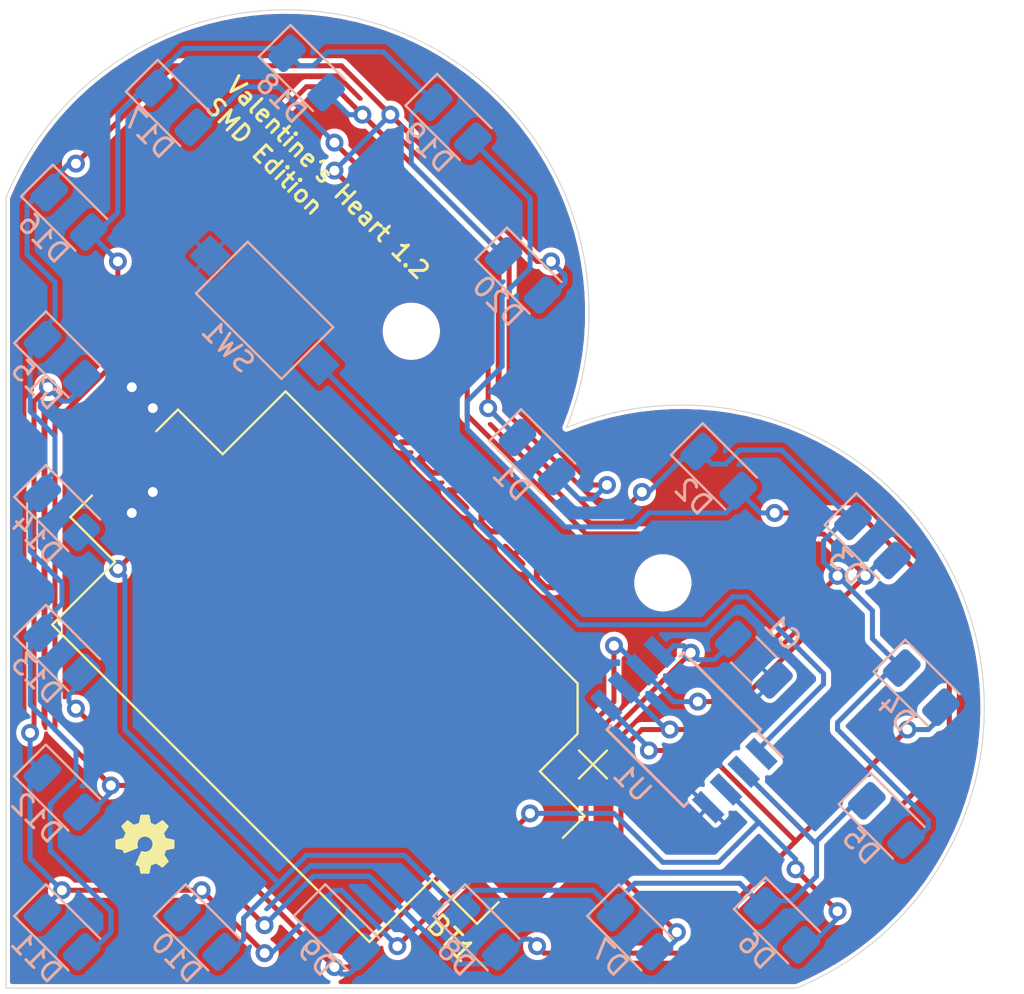
<source format=kicad_pcb>
(kicad_pcb (version 20221018) (generator pcbnew)
  (layers (0 "F.Cu" signal) (31 "B.Cu" signal) (34 "B.Paste" user) (35 "F.Paste" user) (36 "B.SilkS" user "B.Silkscreen") (37 "F.SilkS" user "F.Silkscreen") (38 "B.Mask" user) (39 "F.Mask" user) (44 "Edge.Cuts" user))
  (net 0 "")
  (net 1 "GND")
  (net 2 "/CHARLIEPLEX0")
  (net 3 "/CHARLIEPLEX1")
  (net 4 "/CHARLIEPLEX2")
  (net 5 "/CHARLIEPLEX3")
  (net 6 "/CHARLIEPLEX4")
  (net 7 "/BUTTON")
  (net 8 "+3.3V")
  (footprint "" (layer "F.Cu") (at 156.985092 109.247659)
    (fp_text reference "@HOLE0" hide)
    (fp_text value "" (at 0 0) (layer "F.SilkS") (effects (font (size 1.27 1.27))))
    (pad "" np_thru_hole circle (at 0 0) (size 2.4 2.4) (drill 2.4) (layers "*.Cu" "*.Mask"))
  )
  (footprint "valentines-heart-punk-r1.2-rotated:OSHW_FILLX100_NOTEXT" (layer "F.Cu") (at 128.983592 122.258359 -45)
    (fp_text reference "LOGO1" hide)
    (fp_text value "OSHW_LOGO_FILLX0100-NT" hide)
  )
  (footprint "" (layer "F.Cu") (at 144.257092 96.519659)
    (fp_text reference "@HOLE1" hide)
    (fp_text value "" (at 0 0) (layer "F.SilkS") (effects (font (size 1.27 1.27))))
    (pad "" np_thru_hole circle (at 0 0) (size 2.4 2.4) (drill 2.4) (layers "*.Cu" "*.Mask"))
  )
  (footprint "valentines-heart-punk-r1.2-rotated:RGLOGO_SMALL_2015" (layer "F.Cu") (at 144.610692 103.237159 -45)
    (fp_text reference "U$1" hide)
    (fp_text value "" hide)
    (fp_line (start -1.397 -1.7272) (end -1.397 -1.0922) (stroke (width 0.3048)) (layer "F.Cu"))
    (fp_line (start -1.397 -1.0922) (end -1.0922 -0.7874) (stroke (width 0.3048)) (layer "F.Cu"))
    (fp_line (start -1.397 -0.1524) (end -0.7874 -0.7874) (stroke (width 0.3048)) (layer "F.Cu"))
    (fp_line (start -1.0922 -2.032) (end -1.397 -1.7272) (stroke (width 0.3048)) (layer "F.Cu"))
    (fp_line (start -1.0922 -0.7874) (end -0.7874 -0.7874) (stroke (width 0.3048)) (layer "F.Cu"))
    (fp_line (start -0.7874 -0.7874) (end -0.1524 -0.7874) (stroke (width 0.3048)) (layer "F.Cu"))
    (fp_line (start -0.1524 -2.032) (end -1.0922 -2.032) (stroke (width 0.3048)) (layer "F.Cu"))
    (fp_line (start -0.1524 -1.7272) (end -0.1524 -2.032) (stroke (width 0.3048)) (layer "F.Cu"))
    (fp_line (start -0.1524 -1.7272) (end 0.1524 -2.032) (stroke (width 0.3048)) (layer "F.Cu"))
    (fp_line (start -0.1524 -0.7874) (end -0.1524 -1.7272) (stroke (width 0.3048)) (layer "F.Cu"))
    (fp_line (start -0.1524 -0.4572) (end -0.1524 -0.7874) (stroke (width 0.3048)) (layer "F.Cu"))
    (fp_line (start -0.1524 -0.1524) (end -0.1524 -0.4572) (stroke (width 0.3048)) (layer "F.Cu"))
    (fp_line (start 0.1524 -2.032) (end 0.762 -2.032) (stroke (width 0.3048)) (layer "F.Cu"))
    (fp_line (start 0.1524 -0.1524) (end -0.1524 -0.4572) (stroke (width 0.3048)) (layer "F.Cu"))
    (fp_line (start 0.4572 -1.0922) (end 1.0922 -1.0922) (stroke (width 0.3048)) (layer "F.Cu"))
    (fp_line (start 0.762 -2.032) (end 1.0668 -1.7272) (stroke (width 0.3048)) (layer "F.Cu"))
    (fp_line (start 0.7874 -0.1524) (end 0.1524 -0.1524) (stroke (width 0.3048)) (layer "F.Cu"))
    (fp_line (start 1.0922 -1.0922) (end 1.0922 -0.4826) (stroke (width 0.3048)) (layer "F.Cu"))
    (fp_line (start 1.0922 -0.4826) (end 0.7874 -0.1524) (stroke (width 0.3048)) (layer "F.Cu"))
    (fp_line (start 2.032 -1.6764) (end 2.3622 -2.0066) (stroke (width 0.3048)) (layer "F.Cu"))
    (fp_line (start 2.032 -0.1524) (end 3.2766 -1.3716) (stroke (width 0.3048)) (layer "F.Cu"))
    (fp_line (start 2.3622 -2.0066) (end 2.9718 -2.0066) (stroke (width 0.3048)) (layer "F.Cu"))
    (fp_line (start 2.9718 -2.0066) (end 3.2766 -1.7018) (stroke (width 0.3048)) (layer "F.Cu"))
    (fp_line (start 3.2766 -1.3716) (end 3.2766 -1.6764) (stroke (width 0.3048)) (layer "F.Cu"))
    (fp_line (start 3.2766 -0.1524) (end 2.032 -0.1524) (stroke (width 0.3048)) (layer "F.Cu"))
    (fp_line (start 4.064 -1.6764) (end 4.064 -0.4572) (stroke (width 0.3048)) (layer "F.Cu"))
    (fp_line (start 4.064 -0.4572) (end 5.2578 -1.6764) (stroke (width 0.3048)) (layer "F.Cu"))
    (fp_line (start 4.3688 -1.9812) (end 4.064 -1.6764) (stroke (width 0.3048)) (layer "F.Cu"))
    (fp_line (start 4.3688 -0.1524) (end 4.064 -0.4572) (stroke (width 0.3048)) (layer "F.Cu"))
    (fp_line (start 4.3688 -0.1524) (end 4.9784 -0.1524) (stroke (width 0.3048)) (layer "F.Cu"))
    (fp_line (start 4.9784 -1.9812) (end 4.3688 -1.9812) (stroke (width 0.3048)) (layer "F.Cu"))
    (fp_line (start 4.9784 -0.1524) (end 5.2832 -0.4572) (stroke (width 0.3048)) (layer "F.Cu"))
    (fp_line (start 5.2832 -1.6764) (end 4.9784 -1.9812) (stroke (width 0.3048)) (layer "F.Cu"))
    (fp_line (start 5.2832 -0.4572) (end 5.2832 -1.6764) (stroke (width 0.3048)) (layer "F.Cu"))
    (fp_line (start 6.0642 -0.1524) (end 7.2961 -0.1524) (stroke (width 0.3048)) (layer "F.Cu"))
    (fp_line (start 6.6865 -1.9812) (end 6.0706 -1.3653) (stroke (width 0.3048)) (layer "F.Cu"))
    (fp_line (start 6.6866 -1.9622) (end 6.6866 -0.1715) (stroke (width 0.3048)) (layer "F.Cu"))
    (fp_line (start 8.0264 -1.9812) (end 8.0264 -1.0668) (stroke (width 0.3048)) (layer "F.Cu"))
    (fp_line (start 8.3312 -0.1524) (end 8.0264 -0.4572) (stroke (width 0.3048)) (layer "F.Cu"))
    (fp_line (start 8.6614 -1.3716) (end 8.0264 -1.0668) (stroke (width 0.3048)) (layer "F.Cu"))
    (fp_line (start 8.6614 -1.3716) (end 8.9916 -1.3716) (stroke (width 0.3048)) (layer "F.Cu"))
    (fp_line (start 8.9662 -0.1524) (end 8.3312 -0.1524) (stroke (width 0.3048)) (layer "F.Cu"))
    (fp_line (start 8.9916 -1.3716) (end 9.271 -1.0922) (stroke (width 0.3048)) (layer "F.Cu"))
    (fp_line (start 9.271 -1.9812) (end 8.0264 -1.9812) (stroke (width 0.3048)) (layer "F.Cu"))
    (fp_line (start 9.271 -1.0668) (end 9.271 -0.4572) (stroke (width 0.3048)) (layer "F.Cu"))
    (fp_line (start 9.271 -0.4572) (end 8.9662 -0.1524) (stroke (width 0.3048)) (layer "F.Cu"))
  )
  (footprint "Battery:BatteryHolder_Keystone_1060_1x2032" (layer "F.Cu") (at 140.014492 113.490259 135)
    (fp_text reference "BT1" (at -14.125 -5.3 135) (layer "F.SilkS"))
    (fp_text value "Battery_Cell")
    (pad "1" smd rect (at -14.65 0 315) (size 2.6 3.6) (layers "F.Cu" "F.Paste" "F.Mask") (net 8 "+3.3V"))
    (pad "2" smd rect (at 14.65 0 315) (size 2.6 3.6) (layers "F.Cu" "F.Paste" "F.Mask") (net 1 "GND"))
  )
  (footprint "LED_SMD:LED_1206_3216Metric" (layer "B.Cu") (at 140.721592 126.925259 -45)
    (fp_text reference "D9" (at 0 1.82 135) (layer "B.SilkS") (effects (justify mirror)))
    (fp_text value "LED")
    (pad "1" smd roundrect (at -1.4 0 315) (size 1.25 1.75) (layers "B.Cu" "B.Paste" "B.Mask") (roundrect_rratio 0.2) (net 4 "/CHARLIEPLEX2"))
    (pad "2" smd roundrect (at 1.4 0 315) (size 1.25 1.75) (layers "B.Cu" "B.Paste" "B.Mask") (roundrect_rratio 0.2) (net 2 "/CHARLIEPLEX0"))
  )
  (footprint "LED_SMD:LED_1206_3216Metric" (layer "B.Cu") (at 159.813492 103.590759 -45)
    (fp_text reference "D2" (at 0 1.82 135) (layer "B.SilkS") (effects (justify mirror)))
    (fp_text value "LED")
    (pad "1" smd roundrect (at -1.4 0 315) (size 1.25 1.75) (layers "B.Cu" "B.Paste" "B.Mask") (roundrect_rratio 0.2) (net 2 "/CHARLIEPLEX0"))
    (pad "2" smd roundrect (at 1.4 0 315) (size 1.25 1.75) (layers "B.Cu" "B.Paste" "B.Mask") (roundrect_rratio 0.2) (net 4 "/CHARLIEPLEX2"))
  )
  (footprint "LED_SMD:LED_1206_3216Metric" (layer "B.Cu") (at 162.995492 126.571759 -45)
    (fp_text reference "D6" (at 0 1.82 135) (layer "B.SilkS") (effects (justify mirror)))
    (fp_text value "LED")
    (pad "1" smd roundrect (at -1.4 0 315) (size 1.25 1.75) (layers "B.Cu" "B.Paste" "B.Mask") (roundrect_rratio 0.2) (net 3 "/CHARLIEPLEX1"))
    (pad "2" smd roundrect (at 1.4 0 315) (size 1.25 1.75) (layers "B.Cu" "B.Paste" "B.Mask") (roundrect_rratio 0.2) (net 4 "/CHARLIEPLEX2"))
  )
  (footprint "LED_SMD:LED_1206_3216Metric" (layer "B.Cu") (at 132.236292 85.205959 -45)
    (fp_text reference "D17" (at 0 1.82 135) (layer "B.SilkS") (effects (justify mirror)))
    (fp_text value "LED")
    (pad "1" smd roundrect (at -1.4 0 315) (size 1.25 1.75) (layers "B.Cu" "B.Paste" "B.Mask") (roundrect_rratio 0.2) (net 6 "/CHARLIEPLEX4"))
    (pad "2" smd roundrect (at 1.4 0 315) (size 1.25 1.75) (layers "B.Cu" "B.Paste" "B.Mask") (roundrect_rratio 0.2) (net 2 "/CHARLIEPLEX0"))
  )
  (footprint "Capacitor_SMD:C_1206_3216Metric" (layer "B.Cu") (at 161.581292 113.136659 -45)
    (fp_text reference "C1" (at 0.077816 -2.024706 135) (layer "B.SilkS") (effects (justify mirror)))
    (fp_text value "100n")
    (pad "1" smd roundrect (at -1.475 0 315) (size 1.15 1.8) (layers "B.Cu" "B.Paste" "B.Mask") (roundrect_rratio 0.217391) (net 8 "+3.3V"))
    (pad "2" smd roundrect (at 1.475 0 315) (size 1.15 1.8) (layers "B.Cu" "B.Paste" "B.Mask") (roundrect_rratio 0.217391) (net 1 "GND"))
  )
  (footprint "LED_SMD:LED_1206_3216Metric" (layer "B.Cu") (at 149.913992 93.691259 -45)
    (fp_text reference "D20" (at 0 1.82 135) (layer "B.SilkS") (effects (justify mirror)))
    (fp_text value "LED")
    (pad "1" smd roundrect (at -1.4 0 315) (size 1.25 1.75) (layers "B.Cu" "B.Paste" "B.Mask") (roundrect_rratio 0.2) (net 6 "/CHARLIEPLEX4"))
    (pad "2" smd roundrect (at 1.4 0 315) (size 1.25 1.75) (layers "B.Cu" "B.Paste" "B.Mask") (roundrect_rratio 0.2) (net 5 "/CHARLIEPLEX3"))
  )
  (footprint "LED_SMD:LED_1206_3216Metric" (layer "B.Cu") (at 168.298792 121.268459 -45)
    (fp_text reference "D5" (at 0 1.82 135) (layer "B.SilkS") (effects (justify mirror)))
    (fp_text value "LED")
    (pad "1" smd roundrect (at -1.4 0 315) (size 1.25 1.75) (layers "B.Cu" "B.Paste" "B.Mask") (roundrect_rratio 0.2) (net 3 "/CHARLIEPLEX1"))
    (pad "2" smd roundrect (at 1.4 0 315) (size 1.25 1.75) (layers "B.Cu" "B.Paste" "B.Mask") (roundrect_rratio 0.2) (net 2 "/CHARLIEPLEX0"))
  )
  (footprint "LED_SMD:LED_1206_3216Metric" (layer "B.Cu") (at 146.378492 85.913059 -45)
    (fp_text reference "D19" (at 0 1.82 135) (layer "B.SilkS") (effects (justify mirror)))
    (fp_text value "LED")
    (pad "1" smd roundrect (at -1.4 0 315) (size 1.25 1.75) (layers "B.Cu" "B.Paste" "B.Mask") (roundrect_rratio 0.2) (net 6 "/CHARLIEPLEX4"))
    (pad "2" smd roundrect (at 1.4 0 315) (size 1.25 1.75) (layers "B.Cu" "B.Paste" "B.Mask") (roundrect_rratio 0.2) (net 4 "/CHARLIEPLEX2"))
  )
  (footprint "Button_Switch_SMD:SW_SPST_CK_RS282G05A3" (layer "B.Cu") (at 136.832492 95.459059 -45)
    (fp_text reference "SW1" (at 0 2.6 135) (layer "B.SilkS") (effects (justify mirror)))
    (fp_text value "SW_Push")
    (pad "1" smd rect (at -3.9 0 315) (size 1.5 1.5) (layers "B.Cu" "B.Paste" "B.Mask") (net 1 "GND"))
    (pad "2" smd rect (at 3.9 0 315) (size 1.5 1.5) (layers "B.Cu" "B.Paste" "B.Mask") (net 7 "/BUTTON"))
  )
  (footprint "LED_SMD:LED_1206_3216Metric" (layer "B.Cu") (at 147.792692 126.925259 -45)
    (fp_text reference "D8" (at 0 1.82 135) (layer "B.SilkS") (effects (justify mirror)))
    (fp_text value "LED")
    (pad "1" smd roundrect (at -1.4 0 315) (size 1.25 1.75) (layers "B.Cu" "B.Paste" "B.Mask") (roundrect_rratio 0.2) (net 3 "/CHARLIEPLEX1"))
    (pad "2" smd roundrect (at 1.4 0 315) (size 1.25 1.75) (layers "B.Cu" "B.Paste" "B.Mask") (roundrect_rratio 0.2) (net 6 "/CHARLIEPLEX4"))
  )
  (footprint "LED_SMD:LED_1206_3216Metric" (layer "B.Cu") (at 126.579492 112.783159 -45)
    (fp_text reference "D13" (at 0 1.82 135) (layer "B.SilkS") (effects (justify mirror)))
    (fp_text value "LED")
    (pad "1" smd roundrect (at -1.4 0 315) (size 1.25 1.75) (layers "B.Cu" "B.Paste" "B.Mask") (roundrect_rratio 0.2) (net 5 "/CHARLIEPLEX3"))
    (pad "2" smd roundrect (at 1.4 0 315) (size 1.25 1.75) (layers "B.Cu" "B.Paste" "B.Mask") (roundrect_rratio 0.2) (net 2 "/CHARLIEPLEX0"))
  )
  (footprint "LED_SMD:LED_1206_3216Metric" (layer "B.Cu") (at 150.621092 102.883659 -45)
    (fp_text reference "D1" (at 0 1.82 135) (layer "B.SilkS") (effects (justify mirror)))
    (fp_text value "LED")
    (pad "1" smd roundrect (at -1.4 0 315) (size 1.25 1.75) (layers "B.Cu" "B.Paste" "B.Mask") (roundrect_rratio 0.2) (net 2 "/CHARLIEPLEX0"))
    (pad "2" smd roundrect (at 1.4 0 315) (size 1.25 1.75) (layers "B.Cu" "B.Paste" "B.Mask") (roundrect_rratio 0.2) (net 3 "/CHARLIEPLEX1"))
  )
  (footprint "LED_SMD:LED_1206_3216Metric" (layer "B.Cu") (at 126.579492 105.712059 -45)
    (fp_text reference "D14" (at 0 1.82 135) (layer "B.SilkS") (effects (justify mirror)))
    (fp_text value "LED")
    (pad "1" smd roundrect (at -1.4 0 315) (size 1.25 1.75) (layers "B.Cu" "B.Paste" "B.Mask") (roundrect_rratio 0.2) (net 5 "/CHARLIEPLEX3"))
    (pad "2" smd roundrect (at 1.4 0 315) (size 1.25 1.75) (layers "B.Cu" "B.Paste" "B.Mask") (roundrect_rratio 0.2) (net 3 "/CHARLIEPLEX1"))
  )
  (footprint "LED_SMD:LED_1206_3216Metric" (layer "B.Cu") (at 155.570892 126.925259 -45)
    (fp_text reference "D7" (at 0 1.82 135) (layer "B.SilkS") (effects (justify mirror)))
    (fp_text value "LED")
    (pad "1" smd roundrect (at -1.4 0 315) (size 1.25 1.75) (layers "B.Cu" "B.Paste" "B.Mask") (roundrect_rratio 0.2) (net 3 "/CHARLIEPLEX1"))
    (pad "2" smd roundrect (at 1.4 0 315) (size 1.25 1.75) (layers "B.Cu" "B.Paste" "B.Mask") (roundrect_rratio 0.2) (net 5 "/CHARLIEPLEX3"))
  )
  (footprint "LED_SMD:LED_1206_3216Metric" (layer "B.Cu") (at 167.591692 107.126259 -45)
    (fp_text reference "D3" (at 0 1.82 135) (layer "B.SilkS") (effects (justify mirror)))
    (fp_text value "LED")
    (pad "1" smd roundrect (at -1.4 0 315) (size 1.25 1.75) (layers "B.Cu" "B.Paste" "B.Mask") (roundrect_rratio 0.2) (net 2 "/CHARLIEPLEX0"))
    (pad "2" smd roundrect (at 1.4 0 315) (size 1.25 1.75) (layers "B.Cu" "B.Paste" "B.Mask") (roundrect_rratio 0.2) (net 5 "/CHARLIEPLEX3"))
  )
  (footprint "LED_SMD:LED_1206_3216Metric" (layer "B.Cu") (at 126.932992 90.509259 -45)
    (fp_text reference "D16" (at 0 1.82 135) (layer "B.SilkS") (effects (justify mirror)))
    (fp_text value "LED")
    (pad "1" smd roundrect (at -1.4 0 315) (size 1.25 1.75) (layers "B.Cu" "B.Paste" "B.Mask") (roundrect_rratio 0.2) (net 5 "/CHARLIEPLEX3"))
    (pad "2" smd roundrect (at 1.4 0 315) (size 1.25 1.75) (layers "B.Cu" "B.Paste" "B.Mask") (roundrect_rratio 0.2) (net 6 "/CHARLIEPLEX4"))
  )
  (footprint "LED_SMD:LED_1206_3216Metric" (layer "B.Cu") (at 138.953792 83.438259 -45)
    (fp_text reference "D18" (at 0 1.82 135) (layer "B.SilkS") (effects (justify mirror)))
    (fp_text value "LED")
    (pad "1" smd roundrect (at -1.4 0 315) (size 1.25 1.75) (layers "B.Cu" "B.Paste" "B.Mask") (roundrect_rratio 0.2) (net 6 "/CHARLIEPLEX4"))
    (pad "2" smd roundrect (at 1.4 0 315) (size 1.25 1.75) (layers "B.Cu" "B.Paste" "B.Mask") (roundrect_rratio 0.2) (net 3 "/CHARLIEPLEX1"))
  )
  (footprint "LED_SMD:LED_1206_3216Metric" (layer "B.Cu") (at 126.579492 126.925259 -45)
    (fp_text reference "D11" (at 0 1.82 135) (layer "B.SilkS") (effects (justify mirror)))
    (fp_text value "LED")
    (pad "1" smd roundrect (at -1.4 0 315) (size 1.25 1.75) (layers "B.Cu" "B.Paste" "B.Mask") (roundrect_rratio 0.2) (net 4 "/CHARLIEPLEX2"))
    (pad "2" smd roundrect (at 1.4 0 315) (size 1.25 1.75) (layers "B.Cu" "B.Paste" "B.Mask") (roundrect_rratio 0.2) (net 5 "/CHARLIEPLEX3"))
  )
  (footprint "LED_SMD:LED_1206_3216Metric" (layer "B.Cu") (at 133.650492 126.925259 -45)
    (fp_text reference "D10" (at 0 1.82 135) (layer "B.SilkS") (effects (justify mirror)))
    (fp_text value "LED")
    (pad "1" smd roundrect (at -1.4 0 315) (size 1.25 1.75) (layers "B.Cu" "B.Paste" "B.Mask") (roundrect_rratio 0.2) (net 4 "/CHARLIEPLEX2"))
    (pad "2" smd roundrect (at 1.4 0 315) (size 1.25 1.75) (layers "B.Cu" "B.Paste" "B.Mask") (roundrect_rratio 0.2) (net 3 "/CHARLIEPLEX1"))
  )
  (footprint "LED_SMD:LED_1206_3216Metric" (layer "B.Cu") (at 170.066492 114.550959 -45)
    (fp_text reference "D4" (at 0 1.82 135) (layer "B.SilkS") (effects (justify mirror)))
    (fp_text value "LED")
    (pad "1" smd roundrect (at -1.4 0 315) (size 1.25 1.75) (layers "B.Cu" "B.Paste" "B.Mask") (roundrect_rratio 0.2) (net 2 "/CHARLIEPLEX0"))
    (pad "2" smd roundrect (at 1.4 0 315) (size 1.25 1.75) (layers "B.Cu" "B.Paste" "B.Mask") (roundrect_rratio 0.2) (net 6 "/CHARLIEPLEX4"))
  )
  (footprint "Package_SO:SOIC-8W_5.3x5.3mm_P1.27mm" (layer "B.Cu") (at 158.045692 116.672259 135)
    (fp_text reference "U1" (at -0.077816 -3.751508 135) (layer "B.SilkS") (effects (justify mirror)))
    (fp_text value "ATtiny25-20S")
    (pad "1" smd rect (at -3.65 1.905 135) (size 1.7 0.65) (layers "B.Cu" "B.Paste" "B.Mask") (net 7 "/BUTTON"))
    (pad "2" smd rect (at -3.65 0.635 135) (size 1.7 0.65) (layers "B.Cu" "B.Paste" "B.Mask") (net 3 "/CHARLIEPLEX1"))
    (pad "3" smd rect (at -3.65 -0.635 135) (size 1.7 0.65) (layers "B.Cu" "B.Paste" "B.Mask") (net 4 "/CHARLIEPLEX2"))
    (pad "4" smd rect (at -3.65 -1.905 135) (size 1.7 0.65) (layers "B.Cu" "B.Paste" "B.Mask") (net 1 "GND"))
    (pad "5" smd rect (at 3.65 -1.905 135) (size 1.7 0.65) (layers "B.Cu" "B.Paste" "B.Mask") (net 6 "/CHARLIEPLEX4"))
    (pad "6" smd rect (at 3.65 -0.635 135) (size 1.7 0.65) (layers "B.Cu" "B.Paste" "B.Mask") (net 5 "/CHARLIEPLEX3"))
    (pad "7" smd rect (at 3.65 0.635 135) (size 1.7 0.65) (layers "B.Cu" "B.Paste" "B.Mask") (net 2 "/CHARLIEPLEX0"))
    (pad "8" smd rect (at 3.65 1.905 135) (size 1.7 0.65) (layers "B.Cu" "B.Paste" "B.Mask") (net 8 "+3.3V"))
  )
  (footprint "LED_SMD:LED_1206_3216Metric" (layer "B.Cu") (at 126.579492 97.933859 -45)
    (fp_text reference "D15" (at 0 1.82 135) (layer "B.SilkS") (effects (justify mirror)))
    (fp_text value "LED")
    (pad "1" smd roundrect (at -1.4 0 315) (size 1.25 1.75) (layers "B.Cu" "B.Paste" "B.Mask") (roundrect_rratio 0.2) (net 5 "/CHARLIEPLEX3"))
    (pad "2" smd roundrect (at 1.4 0 315) (size 1.25 1.75) (layers "B.Cu" "B.Paste" "B.Mask") (roundrect_rratio 0.2) (net 4 "/CHARLIEPLEX2"))
  )
  (footprint "LED_SMD:LED_1206_3216Metric" (layer "B.Cu") (at 126.579492 119.854259 -45)
    (fp_text reference "D12" (at 0 1.82 135) (layer "B.SilkS") (effects (justify mirror)))
    (fp_text value "LED")
    (pad "1" smd roundrect (at -1.4 0 315) (size 1.25 1.75) (layers "B.Cu" "B.Paste" "B.Mask") (roundrect_rratio 0.2) (net 4 "/CHARLIEPLEX2"))
    (pad "2" smd roundrect (at 1.4 0 315) (size 1.25 1.75) (layers "B.Cu" "B.Paste" "B.Mask") (roundrect_rratio 0.2) (net 6 "/CHARLIEPLEX4"))
  )
  (gr_line (start 123.751092 129.753659) (end 123.751092 89.753859) (stroke (width 0.05)) (layer "Edge.Cuts"))
  (gr_arc (start 152.10099 101.40376) (mid 172.100941 109.753738) (end 163.750892 129.753659) (stroke (width 0.05)) (layer "Edge.Cuts"))
  (gr_arc (start 123.751091 89.753859) (mid 143.751053 81.403709) (end 152.100992 101.403759) (stroke (width 0.05)) (layer "Edge.Cuts"))
  (gr_line (start 163.750892 129.753659) (end 123.751092 129.753659) (stroke (width 0.05)) (layer "Edge.Cuts"))
  (gr_text "Valentine's Heart 1.2" (at 134.711192 84.145359 315) (layer "F.SilkS") (effects (font (size 0.8636 0.8636) (thickness 0.1524)) (justify left bottom)))
  (gr_text "SMD Edition" (at 133.650492 85.205959 315) (layer "F.SilkS") (effects (font (size 0.8636 0.8636) (thickness 0.1524)) (justify left bottom)))
  (via (at 130.114992 105.712059) (size 0.9064) (drill 0.5) (layers "F.Cu" "B.Cu") (net 1))
  (via (at 131.175692 104.651459) (size 0.9064) (drill 0.5) (layers "F.Cu" "B.Cu") (net 1))
  (via (at 130.114992 99.348159) (size 0.9064) (drill 0.5) (layers "F.Cu" "B.Cu") (net 1))
  (via (at 131.175692 100.408759) (size 0.9064) (drill 0.5) (layers "F.Cu" "B.Cu") (net 1))
  (segment (start 148.146192 94.751959) (end 140.368092 86.973759) (width 0.254) (layer "F.Cu") (net 2))
  (segment (start 141.075192 128.693059) (end 154.510192 115.258059) (width 0.254) (layer "F.Cu") (net 2))
  (segment (start 159.459892 115.258059) (end 165.823892 108.894059) (width 0.254) (layer "F.Cu") (net 2))
  (segment (start 155.924392 104.651459) (end 154.863692 105.712059) (width 0.254) (layer "F.Cu") (net 2))
  (segment (start 127.286592 115.611559) (end 140.368092 128.693059) (width 0.254) (layer "F.Cu") (net 2))
  (segment (start 140.368092 128.693059) (end 141.075192 128.693059) (width 0.254) (layer "F.Cu") (net 2))
  (segment (start 154.510192 115.258059) (end 154.510192 112.429559) (width 0.254) (layer "F.Cu") (net 2))
  (segment (start 158.752792 115.258059) (end 159.459892 115.258059) (width 0.254) (layer "F.Cu") (net 2))
  (segment (start 148.146192 100.408759) (end 148.146192 94.751959) (width 0.254) (layer "F.Cu") (net 2))
  (segment (start 154.863692 105.712059) (end 153.449492 105.712059) (width 0.254) (layer "F.Cu") (net 2))
  (segment (start 153.449492 105.712059) (end 148.146192 100.408759) (width 0.254) (layer "F.Cu") (net 2))
  (via (at 158.752792 115.258059) (size 0.9064) (drill 0.5) (layers "F.Cu" "B.Cu") (net 2))
  (via (at 127.286592 115.611559) (size 0.9064) (drill 0.5) (layers "F.Cu" "B.Cu") (net 2))
  (via (at 165.823892 108.894059) (size 0.9064) (drill 0.5) (layers "F.Cu" "B.Cu") (net 2))
  (via (at 140.368092 128.693059) (size 0.9064) (drill 0.5) (layers "F.Cu" "B.Cu") (net 2))
  (via (at 154.510192 112.429559) (size 0.9064) (drill 0.5) (layers "F.Cu" "B.Cu") (net 2))
  (via (at 155.924392 104.651459) (size 0.9064) (drill 0.5) (layers "F.Cu" "B.Cu") (net 2))
  (via (at 140.368092 86.973759) (size 0.9064) (drill 0.5) (layers "F.Cu" "B.Cu") (net 2))
  (via (at 148.146192 100.408759) (size 0.9064) (drill 0.5) (layers "F.Cu" "B.Cu") (net 2))
  (segment (start 148.146192 100.408759) (end 149.383657 101.646225) (width 0.254) (layer "B.Cu") (net 2))
  (segment (start 159.459892 103.237159) (end 158.576057 102.353325) (width 0.254) (layer "B.Cu") (net 2))
  (segment (start 135.771892 84.145359) (end 133.473729 86.443397) (width 0.254) (layer "B.Cu") (net 2))
  (segment (start 167.591692 112.076059) (end 168.829057 113.313525) (width 0.254) (layer "B.Cu") (net 2))
  (segment (start 165.823892 116.318659) (end 165.823892 116.672259) (width 0.254) (layer "B.Cu") (net 2))
  (segment (start 154.510192 112.429559) (end 154.701092 112.429559) (width 0.254) (layer "B.Cu") (net 2))
  (segment (start 160.166992 103.237159) (end 159.459892 103.237159) (width 0.254) (layer "B.Cu") (net 2))
  (segment (start 166.354257 105.888825) (end 162.995492 102.530059) (width 0.254) (layer "B.Cu") (net 2))
  (segment (start 160.874192 102.530059) (end 160.166992 103.237159) (width 0.254) (layer "B.Cu") (net 2))
  (segment (start 165.823892 108.894059) (end 167.591692 110.661859) (width 0.254) (layer "B.Cu") (net 2))
  (segment (start 158.576057 102.353325) (end 156.277992 104.651459) (width 0.254) (layer "B.Cu") (net 2))
  (segment (start 140.368092 128.693059) (end 140.721592 129.046559) (width 0.254) (layer "B.Cu") (net 2))
  (segment (start 162.995492 102.530059) (end 160.874192 102.530059) (width 0.254) (layer "B.Cu") (net 2))
  (segment (start 165.116792 108.186959) (end 165.116792 107.126259) (width 0.254) (layer "B.Cu") (net 2))
  (segment (start 140.368092 86.973759) (end 137.539592 84.145359) (width 0.254) (layer "B.Cu") (net 2))
  (segment (start 165.823892 108.894059) (end 165.116792 108.186959) (width 0.254) (layer "B.Cu") (net 2))
  (segment (start 156.277992 104.651459) (end 155.924392 104.651459) (width 0.254) (layer "B.Cu") (net 2))
  (segment (start 127.286592 115.611559) (end 126.932992 115.258059) (width 0.254) (layer "B.Cu") (net 2))
  (segment (start 170.420092 121.621959) (end 169.536229 122.505897) (width 0.254) (layer "B.Cu") (net 2))
  (segment (start 126.932992 115.258059) (end 126.932992 114.904459) (width 0.254) (layer "B.Cu") (net 2))
  (segment (start 141.075192 129.046559) (end 141.959029 128.162697) (width 0.254) (layer "B.Cu") (net 2))
  (segment (start 167.591692 110.661859) (end 167.591692 112.076059) (width 0.254) (layer "B.Cu") (net 2))
  (segment (start 165.116792 107.126259) (end 166.354257 105.888825) (width 0.254) (layer "B.Cu") (net 2))
  (segment (start 126.932992 114.904459) (end 127.816929 114.020597) (width 0.254) (layer "B.Cu") (net 2))
  (segment (start 157.529492 115.258059) (end 158.752792 115.258059) (width 0.254) (layer "B.Cu") (net 2))
  (segment (start 156.12392 113.852459) (end 157.529492 115.258059) (width 0.254) (layer "B.Cu") (net 2))
  (segment (start 165.823892 116.672259) (end 170.420092 121.268459) (width 0.254) (layer "B.Cu") (net 2))
  (segment (start 168.829057 113.313525) (end 165.823892 116.318659) (width 0.254) (layer "B.Cu") (net 2))
  (segment (start 140.721592 129.046559) (end 141.075192 129.046559) (width 0.254) (layer "B.Cu") (net 2))
  (segment (start 154.701092 112.429559) (end 156.12392 113.852459) (width 0.254) (layer "B.Cu") (net 2))
  (segment (start 137.539592 84.145359) (end 135.771892 84.145359) (width 0.254) (layer "B.Cu") (net 2))
  (segment (start 170.420092 121.268459) (end 170.420092 121.621959) (width 0.254) (layer "B.Cu") (net 2))
  (segment (start 132.943392 105.004959) (end 132.943392 99.348159) (width 0.254) (layer "F.Cu") (net 3))
  (segment (start 140.368092 84.145359) (end 141.782292 85.559559) (width 0.254) (layer "F.Cu") (net 3))
  (segment (start 149.206892 100.055259) (end 153.449492 104.297859) (width 0.254) (layer "F.Cu") (net 3))
  (segment (start 130.822092 97.226759) (end 130.822092 92.277059) (width 0.254) (layer "F.Cu") (net 3))
  (segment (start 141.782292 85.559559) (end 149.206892 92.984159) (width 0.254) (layer "F.Cu") (net 3))
  (segment (start 132.943392 99.348159) (end 130.822092 97.226759) (width 0.254) (layer "F.Cu") (net 3))
  (segment (start 138.953792 84.145359) (end 140.368092 84.145359) (width 0.254) (layer "F.Cu") (net 3))
  (segment (start 129.407892 108.540459) (end 132.943392 105.004959) (width 0.254) (layer "F.Cu") (net 3))
  (segment (start 149.206892 92.984159) (end 149.206892 100.055259) (width 0.254) (layer "F.Cu") (net 3))
  (segment (start 130.822092 92.277059) (end 138.953792 84.145359) (width 0.254) (layer "F.Cu") (net 3))
  (segment (start 153.449492 104.297859) (end 154.156592 104.297859) (width 0.254) (layer "F.Cu") (net 3))
  (via (at 141.782292 85.559559) (size 0.9064) (drill 0.5) (layers "F.Cu" "B.Cu") (net 3))
  (via (at 129.407892 108.540459) (size 0.9064) (drill 0.5) (layers "F.Cu" "B.Cu") (net 3))
  (via (at 154.156592 104.297859) (size 0.9064) (drill 0.5) (layers "F.Cu" "B.Cu") (net 3))
  (segment (start 129.761492 108.894059) (end 129.407892 108.540459) (width 0.254) (layer "B.Cu") (net 3))
  (segment (start 129.407892 108.540459) (end 127.816929 106.949497) (width 0.254) (layer "B.Cu") (net 3))
  (segment (start 164.763192 124.096859) (end 164.763192 122.477559) (width 0.254) (layer "B.Cu") (net 3))
  (segment (start 164.763192 122.477559) (end 164.749092 122.477559) (width 0.254) (layer "B.Cu") (net 3))
  (segment (start 160.874192 124.450359) (end 161.758057 125.334325) (width 0.254) (layer "B.Cu") (net 3))
  (segment (start 153.449492 124.803959) (end 154.333457 125.687825) (width 0.254) (layer "B.Cu") (net 3))
  (segment (start 137.539592 124.450359) (end 138.953792 123.036159) (width 0.254) (layer "B.Cu") (net 3))
  (segment (start 154.156592 104.297859) (end 153.449492 105.004959) (width 0.254) (layer "B.Cu") (net 3))
  (segment (start 147.439092 124.803959) (end 153.449492 124.803959) (width 0.254) (layer "B.Cu") (net 3))
  (segment (start 152.742392 105.004959) (end 151.858529 104.121097) (width 0.254) (layer "B.Cu") (net 3))
  (segment (start 164.749092 122.477559) (end 160.883454 118.611997) (width 0.254) (layer "B.Cu") (net 3))
  (segment (start 135.771892 126.218159) (end 137.539592 124.450359) (width 0.254) (layer "B.Cu") (net 3))
  (segment (start 138.953792 123.036159) (end 143.903592 123.036159) (width 0.254) (layer "B.Cu") (net 3))
  (segment (start 154.333457 125.687825) (end 155.570892 124.450359) (width 0.254) (layer "B.Cu") (net 3))
  (segment (start 143.903592 123.036159) (end 146.555257 125.687825) (width 0.254) (layer "B.Cu") (net 3))
  (segment (start 155.570892 124.450359) (end 160.874192 124.450359) (width 0.254) (layer "B.Cu") (net 3))
  (segment (start 146.555257 125.687825) (end 147.439092 124.803959) (width 0.254) (layer "B.Cu") (net 3))
  (segment (start 153.449492 105.004959) (end 152.742392 105.004959) (width 0.254) (layer "B.Cu") (net 3))
  (segment (start 135.771892 127.278859) (end 135.771892 126.218159) (width 0.254) (layer "B.Cu") (net 3))
  (segment (start 141.782292 85.559559) (end 141.075192 85.559559) (width 0.254) (layer "B.Cu") (net 3))
  (segment (start 164.763192 122.329059) (end 167.061357 120.031025) (width 0.254) (layer "B.Cu") (net 3))
  (segment (start 137.539592 124.450359) (end 129.761492 116.672259) (width 0.254) (layer "B.Cu") (net 3))
  (segment (start 134.887929 128.162697) (end 135.771892 127.278859) (width 0.254) (layer "B.Cu") (net 3))
  (segment (start 129.761492 116.672259) (end 129.761492 108.894059) (width 0.254) (layer "B.Cu") (net 3))
  (segment (start 141.075192 85.559559) (end 140.191229 84.675697) (width 0.254) (layer "B.Cu") (net 3))
  (segment (start 163.525792 125.334259) (end 164.763192 124.096859) (width 0.254) (layer "B.Cu") (net 3))
  (segment (start 164.763192 122.477559) (end 164.763192 122.329059) (width 0.254) (layer "B.Cu") (net 3))
  (segment (start 161.758057 125.334325) (end 163.525792 125.334259) (width 0.254) (layer "B.Cu") (net 3))
  (segment (start 171.480792 118.086459) (end 171.480792 113.136659) (width 0.254) (layer "F.Cu") (net 4))
  (segment (start 166.884592 105.712059) (end 162.641892 105.712059) (width 0.254) (layer "F.Cu") (net 4))
  (segment (start 124.968 116.84) (end 125.165292 116.642708) (width 0.254) (layer "F.Cu") (net 4))
  (segment (start 169.712992 111.368959) (end 169.712992 108.540459) (width 0.254) (layer "F.Cu") (net 4))
  (segment (start 163.702592 123.743259) (end 164.763192 124.803959) (width 0.254) (layer "F.Cu") (net 4))
  (segment (start 125.165292 100.055259) (end 125.872392 99.348159) (width 0.254) (layer "F.Cu") (net 4))
  (segment (start 125.165292 116.642708) (end 125.165292 100.055259) (width 0.254) (layer "F.Cu") (net 4))
  (segment (start 164.763192 124.803959) (end 165.823892 125.864659) (width 0.254) (layer "F.Cu") (net 4))
  (segment (start 164.763192 124.803959) (end 171.480792 118.086459) (width 0.254) (layer "F.Cu") (net 4))
  (segment (start 133.650492 124.803959) (end 136.832492 127.985959) (width 0.254) (layer "F.Cu") (net 4))
  (segment (start 143.549992 127.632359) (end 150.267592 120.914859) (width 0.254) (layer "F.Cu") (net 4))
  (segment (start 171.480792 113.136659) (end 169.712992 111.368959) (width 0.254) (layer "F.Cu") (net 4))
  (segment (start 126.579492 124.803959) (end 133.650492 124.803959) (width 0.254) (layer "F.Cu") (net 4))
  (segment (start 169.712992 108.540459) (end 166.884592 105.712059) (width 0.254) (layer "F.Cu") (net 4))
  (via (at 125.872392 99.348159) (size 0.9064) (drill 0.5) (layers "F.Cu" "B.Cu") (net 4))
  (via (at 126.579492 124.803959) (size 0.9064) (drill 0.5) (layers "F.Cu" "B.Cu") (net 4))
  (via (at 136.832492 127.985959) (size 0.9064) (drill 0.5) (layers "F.Cu" "B.Cu") (net 4))
  (via (at 163.702592 123.743259) (size 0.9064) (drill 0.5) (layers "F.Cu" "B.Cu") (net 4))
  (via (at 133.650492 124.803959) (size 0.9064) (drill 0.5) (layers "F.Cu" "B.Cu") (net 4))
  (via (at 165.823892 125.864659) (size 0.9064) (drill 0.5) (layers "F.Cu" "B.Cu") (net 4))
  (via (at 143.549992 127.632359) (size 0.9064) (drill 0.5) (layers "F.Cu" "B.Cu") (net 4))
  (via (at 150.267592 120.914859) (size 0.9064) (drill 0.5) (layers "F.Cu" "B.Cu") (net 4))
  (via (at 124.968 116.84) (size 0.9064) (drill 0.5) (layers "F.Cu" "B.Cu") (net 4))
  (via (at 162.641892 105.712059) (size 0.9064) (drill 0.5) (layers "F.Cu" "B.Cu") (net 4))
  (segment (start 132.766692 125.687859) (end 132.413057 125.687825) (width 0.254) (layer "B.Cu") (net 4))
  (segment (start 124.968 116.84) (end 124.968 118.242768) (width 0.254) (layer "B.Cu") (net 4))
  (segment (start 126.932992 100.055259) (end 127.816929 99.171297) (width 0.254) (layer "B.Cu") (net 4))
  (segment (start 133.650492 124.803959) (end 132.766692 125.687859) (width 0.254) (layer "B.Cu") (net 4))
  (segment (start 148.853292 98.287459) (end 148.853292 94.751959) (width 0.254) (layer "B.Cu") (net 4))
  (segment (start 161.050929 104.828197) (end 160.166992 105.712059) (width 0.254) (layer "B.Cu") (net 4))
  (segment (start 165.823892 125.864659) (end 165.823892 126.218159) (width 0.254) (layer "B.Cu") (net 4))
  (segment (start 156.985092 123.389759) (end 159.813492 123.389759) (width 0.254) (layer "B.Cu") (net 4))
  (segment (start 150.267592 89.802159) (end 147.615929 87.150497) (width 0.254) (layer "B.Cu") (net 4))
  (segment (start 155.570892 106.419159) (end 152.035292 106.419159) (width 0.254) (layer "B.Cu") (net 4))
  (segment (start 139.484157 125.687825) (end 140.368092 124.803959) (width 0.254) (layer "B.Cu") (net 4))
  (segment (start 163.702592 123.227159) (end 163.702592 123.743259) (width 0.254) (layer "B.Cu") (net 4))
  (segment (start 124.968 123.192467) (end 126.579492 124.803959) (width 0.254) (layer "B.Cu") (net 4))
  (segment (start 161.934792 105.712059) (end 161.050929 104.828197) (width 0.254) (layer "B.Cu") (net 4))
  (segment (start 140.721592 124.803959) (end 143.549992 127.632359) (width 0.254) (layer "B.Cu") (net 4))
  (segment (start 165.823892 126.218159) (end 164.232929 127.809197) (width 0.254) (layer "B.Cu") (net 4))
  (segment (start 124.968 118.990882) (end 124.968 123.192467) (width 0.254) (layer "B.Cu") (net 4))
  (segment (start 154.510192 120.914859) (end 156.985092 123.389759) (width 0.254) (layer "B.Cu") (net 4))
  (segment (start 156.277992 105.712059) (end 155.570892 106.419159) (width 0.254) (layer "B.Cu") (net 4))
  (segment (start 125.342057 118.616825) (end 124.968 118.990882) (width 0.254) (layer "B.Cu") (net 4))
  (segment (start 162.641892 105.712059) (end 161.934792 105.712059) (width 0.254) (layer "B.Cu") (net 4))
  (segment (start 161.839392 121.363859) (end 163.702592 123.227159) (width 0.254) (layer "B.Cu") (net 4))
  (segment (start 161.839392 121.363859) (end 159.985429 119.510022) (width 0.254) (layer "B.Cu") (net 4))
  (segment (start 136.832492 127.985959) (end 137.186092 127.985959) (width 0.254) (layer "B.Cu") (net 4))
  (segment (start 159.813492 123.389759) (end 161.839392 121.363859) (width 0.254) (layer "B.Cu") (net 4))
  (segment (start 126.579492 100.055259) (end 126.932992 100.055259) (width 0.254) (layer "B.Cu") (net 4))
  (segment (start 137.186092 127.985959) (end 139.484157 125.687825) (width 0.254) (layer "B.Cu") (net 4))
  (segment (start 125.342057 125.687825) (end 125.695592 125.687859) (width 0.254) (layer "B.Cu") (net 4))
  (segment (start 147.085592 101.469459) (end 147.085592 100.055259) (width 0.254) (layer "B.Cu") (net 4))
  (segment (start 150.267592 93.337759) (end 150.267592 89.802159) (width 0.254) (layer "B.Cu") (net 4))
  (segment (start 147.085592 100.055259) (end 148.853292 98.287459) (width 0.254) (layer "B.Cu") (net 4))
  (segment (start 140.368092 124.803959) (end 140.721592 124.803959) (width 0.254) (layer "B.Cu") (net 4))
  (segment (start 160.166992 105.712059) (end 156.277992 105.712059) (width 0.254) (layer "B.Cu") (net 4))
  (segment (start 148.853292 94.751959) (end 150.267592 93.337759) (width 0.254) (layer "B.Cu") (net 4))
  (segment (start 125.695592 125.687859) (end 126.579492 124.803959) (width 0.254) (layer "B.Cu") (net 4))
  (segment (start 125.872392 99.348159) (end 126.579492 100.055259) (width 0.254) (layer "B.Cu") (net 4))
  (segment (start 150.267592 120.914859) (end 154.510192 120.914859) (width 0.254) (layer "B.Cu") (net 4))
  (segment (start 124.968 118.242768) (end 125.342057 118.616825) (width 0.254) (layer "B.Cu") (net 4))
  (segment (start 152.035292 106.419159) (end 147.085592 101.469459) (width 0.254) (layer "B.Cu") (net 4))
  (segment (start 165.116792 106.772759) (end 167.238092 108.894059) (width 0.254) (layer "F.Cu") (net 5))
  (segment (start 167.238092 108.894059) (end 159.459892 116.672259) (width 0.254) (layer "F.Cu") (net 5))
  (segment (start 150.621092 92.984159) (end 151.328192 92.984159) (width 0.254) (layer "F.Cu") (net 5))
  (segment (start 157.338592 116.672259) (end 155.924392 116.672259) (width 0.254) (layer "F.Cu") (net 5))
  (segment (start 132.236292 83.084659) (end 140.721592 83.084659) (width 0.254) (layer "F.Cu") (net 5))
  (segment (start 147.085592 100.762359) (end 153.095992 106.772759) (width 0.254) (layer "F.Cu") (net 5))
  (segment (start 155.924392 116.672259) (end 154.863692 117.732859) (width 0.254) (layer "F.Cu") (net 5))
  (segment (start 147.085592 95.105459) (end 147.085592 100.762359) (width 0.254) (layer "F.Cu") (net 5))
  (segment (start 127.286592 88.034359) (end 132.236292 83.084659) (width 0.254) (layer "F.Cu") (net 5))
  (segment (start 140.368092 88.387959) (end 147.085592 95.105459) (width 0.254) (layer "F.Cu") (net 5))
  (segment (start 154.863692 124.096859) (end 157.692192 126.925259) (width 0.254) (layer "F.Cu") (net 5))
  (segment (start 159.459892 116.672259) (end 157.338592 116.672259) (width 0.254) (layer "F.Cu") (net 5))
  (segment (start 143.196492 85.559559) (end 150.621092 92.984159) (width 0.254) (layer "F.Cu") (net 5))
  (segment (start 154.863692 117.732859) (end 154.863692 124.096859) (width 0.254) (layer "F.Cu") (net 5))
  (segment (start 153.095992 106.772759) (end 165.116792 106.772759) (width 0.254) (layer "F.Cu") (net 5))
  (segment (start 140.721592 83.084659) (end 143.196492 85.559559) (width 0.254) (layer "F.Cu") (net 5))
  (via (at 143.196492 85.559559) (size 0.9064) (drill 0.5) (layers "F.Cu" "B.Cu") (net 5))
  (via (at 151.328192 92.984159) (size 0.9064) (drill 0.5) (layers "F.Cu" "B.Cu") (net 5))
  (via (at 157.338592 116.672259) (size 0.9064) (drill 0.5) (layers "F.Cu" "B.Cu") (net 5))
  (via (at 167.238092 108.894059) (size 0.9064) (drill 0.5) (layers "F.Cu" "B.Cu") (net 5))
  (via (at 127.286592 88.034359) (size 0.9064) (drill 0.5) (layers "F.Cu" "B.Cu") (net 5))
  (via (at 140.368092 88.387959) (size 0.9064) (drill 0.5) (layers "F.Cu" "B.Cu") (net 5))
  (via (at 157.692192 126.925259) (size 0.9064) (drill 0.5) (layers "F.Cu" "B.Cu") (net 5))
  (segment (start 124.968 97.070482) (end 125.342057 96.696425) (width 0.254) (layer "B.Cu") (net 5))
  (segment (start 124.968 107.636167) (end 124.968 104.848682) (width 0.254) (layer "B.Cu") (net 5))
  (segment (start 126.579492 110.308259) (end 126.579492 109.247659) (width 0.254) (layer "B.Cu") (net 5))
  (segment (start 124.811692 92.630559) (end 124.811692 90.155759) (width 0.254) (layer "B.Cu") (net 5))
  (segment (start 129.054392 126.925259) (end 129.054392 125.864659) (width 0.254) (layer "B.Cu") (net 5))
  (segment (start 126.225892 94.044859) (end 124.811692 92.630559) (width 0.254) (layer "B.Cu") (net 5))
  (segment (start 124.968 100.565067) (end 124.968 97.070482) (width 0.254) (layer "B.Cu") (net 5))
  (segment (start 124.968 115.414267) (end 124.968 111.919782) (width 0.254) (layer "B.Cu") (net 5))
  (segment (start 157.692192 127.278859) (end 156.808329 128.162697) (width 0.254) (layer "B.Cu") (net 5))
  (segment (start 157.692192 126.925259) (end 157.692192 127.278859) (width 0.254) (layer "B.Cu") (net 5))
  (segment (start 126.579492 109.247659) (end 124.968 107.636167) (width 0.254) (layer "B.Cu") (net 5))
  (segment (start 125.342057 111.545725) (end 126.579492 110.308259) (width 0.254) (layer "B.Cu") (net 5))
  (segment (start 124.811692 90.155759) (end 125.695557 89.271825) (width 0.254) (layer "B.Cu") (net 5))
  (segment (start 125.342057 104.474625) (end 126.225892 103.590759) (width 0.254) (layer "B.Cu") (net 5))
  (segment (start 127.816929 128.162697) (end 129.054392 126.925259) (width 0.254) (layer "B.Cu") (net 5))
  (segment (start 157.338592 116.672259) (end 157.147692 116.672259) (width 0.254) (layer "B.Cu") (net 5))
  (segment (start 143.196492 85.559559) (end 140.368092 88.387959) (width 0.254) (layer "B.Cu") (net 5))
  (segment (start 127.286592 119.147059) (end 127.286592 117.732859) (width 0.254) (layer "B.Cu") (net 5))
  (segment (start 125.984 122.794267) (end 125.984 120.449651) (width 0.254) (layer "B.Cu") (net 5))
  (segment (start 129.054392 125.864659) (end 125.984 122.794267) (width 0.254) (layer "B.Cu") (net 5))
  (segment (start 151.328192 92.984159) (end 152.035292 93.691259) (width 0.254) (layer "B.Cu") (net 5))
  (segment (start 126.932992 88.034359) (end 127.286592 88.034359) (width 0.254) (layer "B.Cu") (net 5))
  (segment (start 168.298792 107.833359) (end 168.829129 108.363697) (width 0.254) (layer "B.Cu") (net 5))
  (segment (start 152.035292 93.691259) (end 152.035292 94.044859) (width 0.254) (layer "B.Cu") (net 5))
  (segment (start 126.225892 95.812559) (end 126.225892 94.044859) (width 0.254) (layer "B.Cu") (net 5))
  (segment (start 157.147692 116.672259) (end 155.225892 114.750488) (width 0.254) (layer "B.Cu") (net 5))
  (segment (start 125.984 120.449651) (end 127.286592 119.147059) (width 0.254) (layer "B.Cu") (net 5))
  (segment (start 167.238092 108.894059) (end 168.298792 107.833359) (width 0.254) (layer "B.Cu") (net 5))
  (segment (start 152.035292 94.044859) (end 151.151429 94.928697) (width 0.254) (layer "B.Cu") (net 5))
  (segment (start 126.225892 101.822959) (end 124.968 100.565067) (width 0.254) (layer "B.Cu") (net 5))
  (segment (start 127.286592 117.732859) (end 124.968 115.414267) (width 0.254) (layer "B.Cu") (net 5))
  (segment (start 126.225892 103.590759) (end 126.225892 101.822959) (width 0.254) (layer "B.Cu") (net 5))
  (segment (start 125.695557 89.271825) (end 126.932992 88.034359) (width 0.254) (layer "B.Cu") (net 5))
  (segment (start 124.968 104.848682) (end 125.342057 104.474625) (width 0.254) (layer "B.Cu") (net 5))
  (segment (start 125.342057 96.696425) (end 126.225892 95.812559) (width 0.254) (layer "B.Cu") (net 5))
  (segment (start 124.968 111.919782) (end 125.342057 111.545725) (width 0.254) (layer "B.Cu") (net 5))
  (segment (start 150.974692 127.985959) (end 158.045692 127.985959) (width 0.254) (layer "F.Cu") (net 6))
  (segment (start 129.761492 119.500659) (end 136.832492 126.571759) (width 0.254) (layer "F.Cu") (net 6))
  (segment (start 129.054392 119.500659) (end 129.761492 119.500659) (width 0.254) (layer "F.Cu") (net 6))
  (segment (start 126.225892 116.672259) (end 126.225892 101.115859) (width 0.254) (layer "F.Cu") (net 6))
  (segment (start 129.054392 119.500659) (end 126.225892 116.672259) (width 0.254) (layer "F.Cu") (net 6))
  (segment (start 150.621092 127.632359) (end 150.974692 127.985959) (width 0.254) (layer "F.Cu") (net 6))
  (segment (start 129.407892 97.933859) (end 129.407892 92.984159) (width 0.254) (layer "F.Cu") (net 6))
  (segment (start 126.225892 101.115859) (end 129.407892 97.933859) (width 0.254) (layer "F.Cu") (net 6))
  (segment (start 163.702592 122.329059) (end 159.106392 117.732859) (width 0.254) (layer "F.Cu") (net 6))
  (segment (start 163.702592 122.329059) (end 169.359392 116.672259) (width 0.254) (layer "F.Cu") (net 6))
  (segment (start 159.106392 117.732859) (end 156.277992 117.732859) (width 0.254) (layer "F.Cu") (net 6))
  (segment (start 158.045692 127.985959) (end 163.702592 122.329059) (width 0.254) (layer "F.Cu") (net 6))
  (via (at 169.359392 116.672259) (size 0.9064) (drill 0.5) (layers "F.Cu" "B.Cu") (net 6))
  (via (at 150.621092 127.632359) (size 0.9064) (drill 0.5) (layers "F.Cu" "B.Cu") (net 6))
  (via (at 129.407892 92.984159) (size 0.9064) (drill 0.5) (layers "F.Cu" "B.Cu") (net 6))
  (via (at 156.277992 117.732859) (size 0.9064) (drill 0.5) (layers "F.Cu" "B.Cu") (net 6))
  (via (at 136.832492 126.571759) (size 0.9064) (drill 0.5) (layers "F.Cu" "B.Cu") (net 6))
  (via (at 129.054392 119.500659) (size 0.9064) (drill 0.5) (layers "F.Cu" "B.Cu") (net 6))
  (segment (start 140.014492 82.377559) (end 142.842892 82.377559) (width 0.254) (layer "B.Cu") (net 6))
  (segment (start 149.030129 128.162697) (end 149.913992 127.278859) (width 0.254) (layer "B.Cu") (net 6))
  (segment (start 127.816929 121.091697) (end 129.054392 119.854259) (width 0.254) (layer "B.Cu") (net 6))
  (segment (start 142.135792 124.096859) (end 146.562933 128.524) (width 0.254) (layer "B.Cu") (net 6))
  (segment (start 137.716357 82.200825) (end 138.600292 83.084659) (width 0.254) (layer "B.Cu") (net 6))
  (segment (start 142.842892 82.377559) (end 145.141057 84.675625) (width 0.254) (layer "B.Cu") (net 6))
  (segment (start 128.170429 91.746697) (end 129.407892 90.509259) (width 0.254) (layer "B.Cu") (net 6))
  (segment (start 144.257092 88.034359) (end 148.676557 92.453825) (width 0.254) (layer "B.Cu") (net 6))
  (segment (start 146.562933 128.524) (end 148.668826 128.524) (width 0.254) (layer "B.Cu") (net 6))
  (segment (start 132.766692 82.200759) (end 137.716357 82.200825) (width 0.254) (layer "B.Cu") (net 6))
  (segment (start 145.141057 84.675625) (end 144.257092 85.559559) (width 0.254) (layer "B.Cu") (net 6))
  (segment (start 169.359392 116.672259) (end 170.420092 116.672259) (width 0.254) (layer "B.Cu") (net 6))
  (segment (start 136.832492 126.571759) (end 139.307392 124.096859) (width 0.254) (layer "B.Cu") (net 6))
  (segment (start 139.307392 83.084659) (end 140.014492 82.377559) (width 0.254) (layer "B.Cu") (net 6))
  (segment (start 129.407892 90.509259) (end 129.407892 85.559559) (width 0.254) (layer "B.Cu") (net 6))
  (segment (start 170.420092 116.672259) (end 171.303929 115.788397) (width 0.254) (layer "B.Cu") (net 6))
  (segment (start 138.600292 83.084659) (end 139.307392 83.084659) (width 0.254) (layer "B.Cu") (net 6))
  (segment (start 144.257092 85.559559) (end 144.257092 88.034359) (width 0.254) (layer "B.Cu") (net 6))
  (segment (start 149.913992 127.278859) (end 150.267592 127.278859) (width 0.254) (layer "B.Cu") (net 6))
  (segment (start 156.277992 117.732859) (end 156.277992 117.598559) (width 0.254) (layer "B.Cu") (net 6))
  (segment (start 130.998857 83.968525) (end 132.766692 82.200759) (width 0.254) (layer "B.Cu") (net 6))
  (segment (start 129.407892 85.559559) (end 130.998857 83.968525) (width 0.254) (layer "B.Cu") (net 6))
  (segment (start 148.668826 128.524) (end 149.030129 128.162697) (width 0.254) (layer "B.Cu") (net 6))
  (segment (start 156.277992 117.598559) (end 154.327867 115.648513) (width 0.254) (layer "B.Cu") (net 6))
  (segment (start 129.054392 119.854259) (end 129.054392 119.500659) (width 0.254) (layer "B.Cu") (net 6))
  (segment (start 139.307392 124.096859) (end 142.135792 124.096859) (width 0.254) (layer "B.Cu") (net 6))
  (segment (start 150.267592 127.278859) (end 150.621092 127.632359) (width 0.254) (layer "B.Cu") (net 6))
  (segment (start 129.407892 92.984159) (end 128.170429 91.746697) (width 0.254) (layer "B.Cu") (net 6))
  (segment (start 165.116792 114.378659) (end 165.116792 113.843759) (width 0.254) (layer "B.Cu") (net 7))
  (segment (start 159.106392 111.368959) (end 152.742392 111.368959) (width 0.254) (layer "B.Cu") (net 7))
  (segment (start 161.227692 109.954759) (end 160.520592 109.954759) (width 0.254) (layer "B.Cu") (net 7))
  (segment (start 165.116792 113.843759) (end 161.227692 109.954759) (width 0.254) (layer "B.Cu") (net 7))
  (segment (start 161.781479 117.713972) (end 165.116792 114.378659) (width 0.254) (layer "B.Cu") (net 7))
  (segment (start 152.742392 111.368959) (end 139.59021 98.216778) (width 0.254) (layer "B.Cu") (net 7))
  (segment (start 160.520592 109.954759) (end 159.106392 111.368959) (width 0.254) (layer "B.Cu") (net 7))
  (segment (start 153.095992 121.834159) (end 153.095992 118.086459) (width 0.254) (layer "F.Cu") (net 8))
  (segment (start 150.727157 124.202928) (end 153.095992 121.834159) (width 0.254) (layer "F.Cu") (net 8))
  (segment (start 153.095992 118.086459) (end 158.399292 112.783159) (width 0.254) (layer "F.Cu") (net 8))
  (via (at 158.399292 112.783159) (size 0.9064) (drill 0.5) (layers "F.Cu" "B.Cu") (net 8))
  (segment (start 158.399292 112.783159) (end 158.752792 113.136659) (width 0.254) (layer "B.Cu") (net 8))
  (segment (start 159.601392 113.136659) (end 160.591345 112.146713) (width 0.254) (layer "B.Cu") (net 8))
  (segment (start 158.045692 112.429559) (end 157.546792 112.429559) (width 0.254) (layer "B.Cu") (net 8))
  (segment (start 157.546792 112.429559) (end 157.021945 112.954434) (width 0.254) (layer "B.Cu") (net 8))
  (segment (start 158.399292 112.783159) (end 158.045692 112.429559) (width 0.254) (layer "B.Cu") (net 8))
  (segment (start 158.752792 113.136659) (end 159.601392 113.136659) (width 0.254) (layer "B.Cu") (net 8))
  (zone (net 1) (net_name "GND") (layers "F&B.Cu") (connect_pads (clearance 0.1524)) (min_thickness 0.2032) (fill yes (thermal_gap 0.2032) (thermal_bridge_width 0.2032))
    (polygon (pts (xy 123.444 130.048) (xy 123.444 79.756) (xy 175.26 79.756) (xy 175.26 130.048)))
  )
)
</source>
